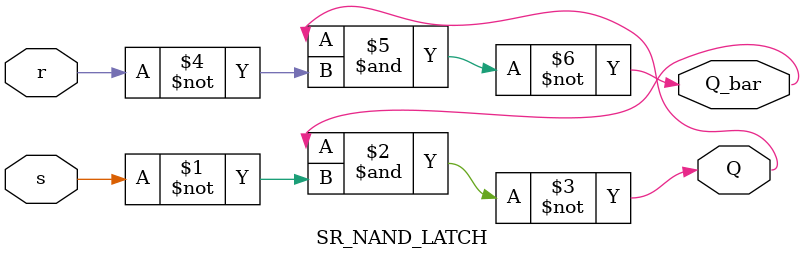
<source format=v>
module  SR_NAND_LATCH(Q, Q_bar , s , r); 
    output Q , Q_bar; 
    input s ,r ;

    assign Q = ~(Q_bar & ~s) ; 
    assign Q_bar = ~(Q & ~r) ; 

endmodule 

</source>
